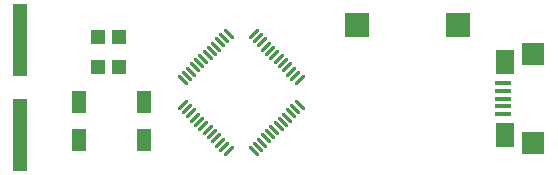
<source format=gtp>
G04*
G04 #@! TF.GenerationSoftware,Altium Limited,Altium Designer,20.0.13 (296)*
G04*
G04 Layer_Color=8421504*
%FSLAX25Y25*%
%MOIN*%
G70*
G01*
G75*
%ADD19R,0.05315X0.01575*%
%ADD20R,0.06299X0.08268*%
%ADD21R,0.07480X0.07480*%
%ADD22R,0.08465X0.08465*%
%ADD23R,0.07874X0.07874*%
G04:AMPARAMS|DCode=24|XSize=11.81mil|YSize=47.24mil|CornerRadius=0mil|HoleSize=0mil|Usage=FLASHONLY|Rotation=45.000|XOffset=0mil|YOffset=0mil|HoleType=Round|Shape=Round|*
%AMOVALD24*
21,1,0.03543,0.01181,0.00000,0.00000,135.0*
1,1,0.01181,0.01253,-0.01253*
1,1,0.01181,-0.01253,0.01253*
%
%ADD24OVALD24*%

G04:AMPARAMS|DCode=25|XSize=11.81mil|YSize=47.24mil|CornerRadius=0mil|HoleSize=0mil|Usage=FLASHONLY|Rotation=135.000|XOffset=0mil|YOffset=0mil|HoleType=Round|Shape=Round|*
%AMOVALD25*
21,1,0.03543,0.01181,0.00000,0.00000,225.0*
1,1,0.01181,0.01253,0.01253*
1,1,0.01181,-0.01253,-0.01253*
%
%ADD25OVALD25*%

%ADD26R,0.04724X0.24000*%
%ADD27R,0.05118X0.07480*%
%ADD28R,0.04724X0.04724*%
D19*
X190206Y37381D02*
D03*
Y39940D02*
D03*
Y42499D02*
D03*
Y45058D02*
D03*
Y47617D02*
D03*
D20*
X190698Y30294D02*
D03*
Y54704D02*
D03*
D21*
X200246Y27538D02*
D03*
Y57460D02*
D03*
D22*
X175000Y67000D02*
D03*
D23*
X141535D02*
D03*
D24*
X83310Y48716D02*
D03*
X84701Y50108D02*
D03*
X86093Y51500D02*
D03*
X87485Y52892D02*
D03*
X88877Y54284D02*
D03*
X90269Y55676D02*
D03*
X91661Y57068D02*
D03*
X93053Y58460D02*
D03*
X94445Y59852D02*
D03*
X95837Y61244D02*
D03*
X97229Y62635D02*
D03*
X98621Y64028D02*
D03*
X122284Y40365D02*
D03*
X120892Y38972D02*
D03*
X119500Y37581D02*
D03*
X118108Y36189D02*
D03*
X116716Y34797D02*
D03*
X115324Y33405D02*
D03*
X113932Y32013D02*
D03*
X112540Y30621D02*
D03*
X111148Y29229D02*
D03*
X109756Y27837D02*
D03*
X108364Y26445D02*
D03*
X106973Y25053D02*
D03*
D25*
Y64028D02*
D03*
X108364Y62635D02*
D03*
X109756Y61244D02*
D03*
X111148Y59852D02*
D03*
X112540Y58460D02*
D03*
X113932Y57068D02*
D03*
X115324Y55676D02*
D03*
X116716Y54284D02*
D03*
X118108Y52892D02*
D03*
X119500Y51500D02*
D03*
X120892Y50108D02*
D03*
X122284Y48716D02*
D03*
X98621Y25053D02*
D03*
X97229Y26445D02*
D03*
X95837Y27837D02*
D03*
X94445Y29229D02*
D03*
X93053Y30621D02*
D03*
X91661Y32013D02*
D03*
X90269Y33405D02*
D03*
X88877Y34797D02*
D03*
X87485Y36189D02*
D03*
X86093Y37581D02*
D03*
X84701Y38972D02*
D03*
X83310Y40365D02*
D03*
D26*
X29232Y61910D02*
D03*
Y30413D02*
D03*
D27*
X70374Y28839D02*
D03*
X48720D02*
D03*
X70374Y41437D02*
D03*
X48720Y41437D02*
D03*
D28*
X62063Y53149D02*
D03*
X55063D02*
D03*
X61965Y63090D02*
D03*
X54965D02*
D03*
M02*

</source>
